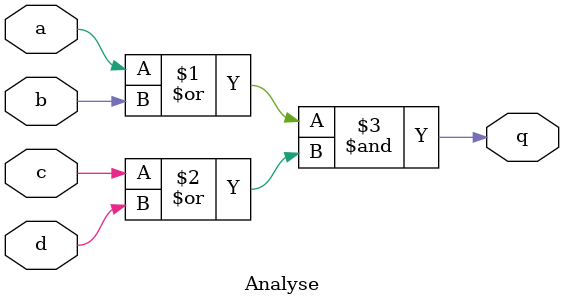
<source format=v>
module Analyse (
    input a, b, c, d,
    output q
);
    assign q = (a | b) & (c | d);
endmodule
</source>
